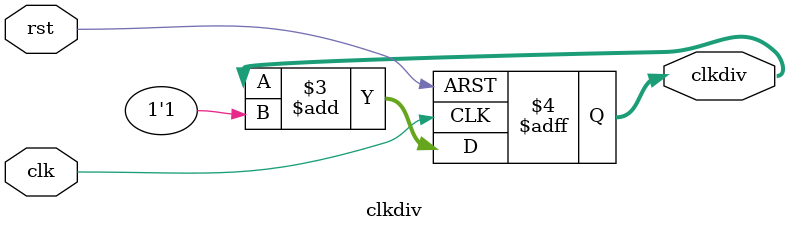
<source format=v>
`timescale 1ns / 1ns


module clkdiv(
	input clk, 
	input rst, 
	output reg [32:0] clkdiv
    );

	always @ (posedge clk, negedge rst) begin
		if (!rst) clkdiv <= 0;
		else clkdiv <= clkdiv + 1'b1;
	end

endmodule
</source>
